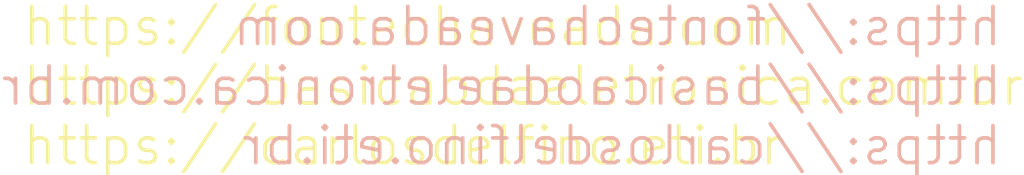
<source format=kicad_pcb>
(kicad_pcb
	(version 20240108)
	(generator "pcbnew")
	(generator_version "8.0")
	(general
		(thickness 1.6)
		(legacy_teardrops no)
	)
	(paper "A4")
	(layers
		(0 "F.Cu" signal)
		(31 "B.Cu" signal)
		(32 "B.Adhes" user "B.Adhesive")
		(33 "F.Adhes" user "F.Adhesive")
		(34 "B.Paste" user)
		(35 "F.Paste" user)
		(36 "B.SilkS" user "B.Silkscreen")
		(37 "F.SilkS" user "F.Silkscreen")
		(38 "B.Mask" user)
		(39 "F.Mask" user)
		(40 "Dwgs.User" user "User.Drawings")
		(41 "Cmts.User" user "User.Comments")
		(42 "Eco1.User" user "User.Eco1")
		(43 "Eco2.User" user "User.Eco2")
		(44 "Edge.Cuts" user)
		(45 "Margin" user)
		(46 "B.CrtYd" user "B.Courtyard")
		(47 "F.CrtYd" user "F.Courtyard")
		(48 "B.Fab" user)
		(49 "F.Fab" user)
		(50 "User.1" user)
		(51 "User.2" user)
		(52 "User.3" user)
		(53 "User.4" user)
		(54 "User.5" user)
		(55 "User.6" user)
		(56 "User.7" user)
		(57 "User.8" user)
		(58 "User.9" user)
	)
	(setup
		(pad_to_mask_clearance 0)
		(allow_soldermask_bridges_in_footprints no)
		(pcbplotparams
			(layerselection 0x00010fc_ffffffff)
			(plot_on_all_layers_selection 0x0000000_00000000)
			(disableapertmacros no)
			(usegerberextensions no)
			(usegerberattributes yes)
			(usegerberadvancedattributes yes)
			(creategerberjobfile yes)
			(dashed_line_dash_ratio 12.000000)
			(dashed_line_gap_ratio 3.000000)
			(svgprecision 4)
			(plotframeref no)
			(viasonmask no)
			(mode 1)
			(useauxorigin no)
			(hpglpennumber 1)
			(hpglpenspeed 20)
			(hpglpendiameter 15.000000)
			(pdf_front_fp_property_popups yes)
			(pdf_back_fp_property_popups yes)
			(dxfpolygonmode yes)
			(dxfimperialunits yes)
			(dxfusepcbnewfont yes)
			(psnegative no)
			(psa4output no)
			(plotreference yes)
			(plotvalue yes)
			(plotfptext yes)
			(plotinvisibletext no)
			(sketchpadsonfab no)
			(subtractmaskfromsilk no)
			(outputformat 1)
			(mirror no)
			(drillshape 1)
			(scaleselection 1)
			(outputdirectory "")
		)
	)
	(net 0 "")
	(gr_text "https://fontechaveada.com\nhttps://basicaodaeletronica.com.br\nhttps://carlosdelfino.eti.br"
		(at 131 39.5 0)
		(layer "B.SilkS")
		(uuid "5681f6aa-9703-435a-9e8a-4265097f9043")
		(effects
			(font
				(size 1 1)
				(thickness 0.1)
			)
			(justify left bottom mirror)
		)
	)
	(gr_text "https://fontechaveada.com\nhttps://basicaodaeletronica.com.br\nhttps://carlosdelfino.eti.br"
		(at 104.5 39.5 0)
		(layer "F.SilkS")
		(uuid "3d768e85-6e00-4679-afbf-8610fa86a13d")
		(effects
			(font
				(size 1 1)
				(thickness 0.1)
			)
			(justify left bottom)
		)
	)
)

</source>
